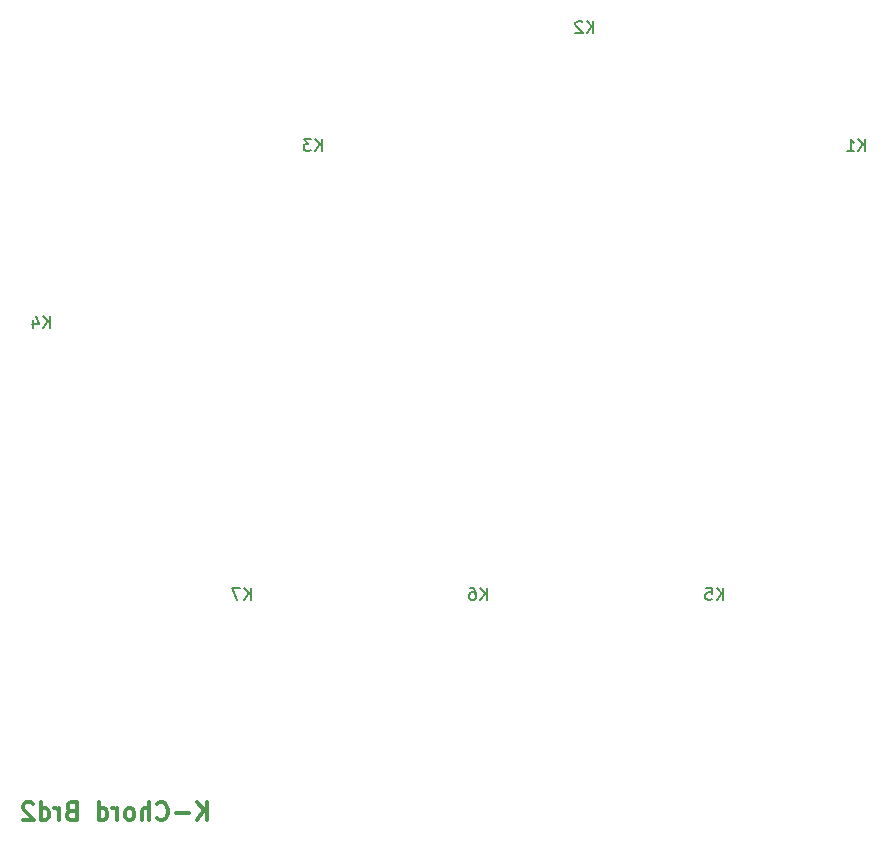
<source format=gbr>
G04 #@! TF.GenerationSoftware,KiCad,Pcbnew,(5.1.2)-2*
G04 #@! TF.CreationDate,2019-07-07T18:03:19+10:00*
G04 #@! TF.ProjectId,Left_Combined_Micro,4c656674-5f43-46f6-9d62-696e65645f4d,rev?*
G04 #@! TF.SameCoordinates,Original*
G04 #@! TF.FileFunction,Legend,Bot*
G04 #@! TF.FilePolarity,Positive*
%FSLAX46Y46*%
G04 Gerber Fmt 4.6, Leading zero omitted, Abs format (unit mm)*
G04 Created by KiCad (PCBNEW (5.1.2)-2) date 2019-07-07 18:03:19*
%MOMM*%
%LPD*%
G04 APERTURE LIST*
%ADD10C,0.300000*%
%ADD11C,0.200000*%
G04 APERTURE END LIST*
D10*
X126500000Y-111428571D02*
X126500000Y-109928571D01*
X125642857Y-111428571D02*
X126285714Y-110571428D01*
X125642857Y-109928571D02*
X126500000Y-110785714D01*
X125000000Y-110857142D02*
X123857142Y-110857142D01*
X122285714Y-111285714D02*
X122357142Y-111357142D01*
X122571428Y-111428571D01*
X122714285Y-111428571D01*
X122928571Y-111357142D01*
X123071428Y-111214285D01*
X123142857Y-111071428D01*
X123214285Y-110785714D01*
X123214285Y-110571428D01*
X123142857Y-110285714D01*
X123071428Y-110142857D01*
X122928571Y-110000000D01*
X122714285Y-109928571D01*
X122571428Y-109928571D01*
X122357142Y-110000000D01*
X122285714Y-110071428D01*
X121642857Y-111428571D02*
X121642857Y-109928571D01*
X121000000Y-111428571D02*
X121000000Y-110642857D01*
X121071428Y-110500000D01*
X121214285Y-110428571D01*
X121428571Y-110428571D01*
X121571428Y-110500000D01*
X121642857Y-110571428D01*
X120071428Y-111428571D02*
X120214285Y-111357142D01*
X120285714Y-111285714D01*
X120357142Y-111142857D01*
X120357142Y-110714285D01*
X120285714Y-110571428D01*
X120214285Y-110500000D01*
X120071428Y-110428571D01*
X119857142Y-110428571D01*
X119714285Y-110500000D01*
X119642857Y-110571428D01*
X119571428Y-110714285D01*
X119571428Y-111142857D01*
X119642857Y-111285714D01*
X119714285Y-111357142D01*
X119857142Y-111428571D01*
X120071428Y-111428571D01*
X118928571Y-111428571D02*
X118928571Y-110428571D01*
X118928571Y-110714285D02*
X118857142Y-110571428D01*
X118785714Y-110500000D01*
X118642857Y-110428571D01*
X118500000Y-110428571D01*
X117357142Y-111428571D02*
X117357142Y-109928571D01*
X117357142Y-111357142D02*
X117500000Y-111428571D01*
X117785714Y-111428571D01*
X117928571Y-111357142D01*
X118000000Y-111285714D01*
X118071428Y-111142857D01*
X118071428Y-110714285D01*
X118000000Y-110571428D01*
X117928571Y-110500000D01*
X117785714Y-110428571D01*
X117500000Y-110428571D01*
X117357142Y-110500000D01*
X115000000Y-110642857D02*
X114785714Y-110714285D01*
X114714285Y-110785714D01*
X114642857Y-110928571D01*
X114642857Y-111142857D01*
X114714285Y-111285714D01*
X114785714Y-111357142D01*
X114928571Y-111428571D01*
X115500000Y-111428571D01*
X115500000Y-109928571D01*
X115000000Y-109928571D01*
X114857142Y-110000000D01*
X114785714Y-110071428D01*
X114714285Y-110214285D01*
X114714285Y-110357142D01*
X114785714Y-110500000D01*
X114857142Y-110571428D01*
X115000000Y-110642857D01*
X115500000Y-110642857D01*
X114000000Y-111428571D02*
X114000000Y-110428571D01*
X114000000Y-110714285D02*
X113928571Y-110571428D01*
X113857142Y-110500000D01*
X113714285Y-110428571D01*
X113571428Y-110428571D01*
X112428571Y-111428571D02*
X112428571Y-109928571D01*
X112428571Y-111357142D02*
X112571428Y-111428571D01*
X112857142Y-111428571D01*
X113000000Y-111357142D01*
X113071428Y-111285714D01*
X113142857Y-111142857D01*
X113142857Y-110714285D01*
X113071428Y-110571428D01*
X113000000Y-110500000D01*
X112857142Y-110428571D01*
X112571428Y-110428571D01*
X112428571Y-110500000D01*
X111785714Y-110071428D02*
X111714285Y-110000000D01*
X111571428Y-109928571D01*
X111214285Y-109928571D01*
X111071428Y-110000000D01*
X111000000Y-110071428D01*
X110928571Y-110214285D01*
X110928571Y-110357142D01*
X111000000Y-110571428D01*
X111857142Y-111428571D01*
X110928571Y-111428571D01*
D11*
X182238095Y-54770380D02*
X182238095Y-53770380D01*
X181666666Y-54770380D02*
X182095238Y-54198952D01*
X181666666Y-53770380D02*
X182238095Y-54341809D01*
X180714285Y-54770380D02*
X181285714Y-54770380D01*
X181000000Y-54770380D02*
X181000000Y-53770380D01*
X181095238Y-53913238D01*
X181190476Y-54008476D01*
X181285714Y-54056095D01*
X159238095Y-44770380D02*
X159238095Y-43770380D01*
X158666666Y-44770380D02*
X159095238Y-44198952D01*
X158666666Y-43770380D02*
X159238095Y-44341809D01*
X158285714Y-43865619D02*
X158238095Y-43818000D01*
X158142857Y-43770380D01*
X157904761Y-43770380D01*
X157809523Y-43818000D01*
X157761904Y-43865619D01*
X157714285Y-43960857D01*
X157714285Y-44056095D01*
X157761904Y-44198952D01*
X158333333Y-44770380D01*
X157714285Y-44770380D01*
X136238095Y-54770380D02*
X136238095Y-53770380D01*
X135666666Y-54770380D02*
X136095238Y-54198952D01*
X135666666Y-53770380D02*
X136238095Y-54341809D01*
X135333333Y-53770380D02*
X134714285Y-53770380D01*
X135047619Y-54151333D01*
X134904761Y-54151333D01*
X134809523Y-54198952D01*
X134761904Y-54246571D01*
X134714285Y-54341809D01*
X134714285Y-54579904D01*
X134761904Y-54675142D01*
X134809523Y-54722761D01*
X134904761Y-54770380D01*
X135190476Y-54770380D01*
X135285714Y-54722761D01*
X135333333Y-54675142D01*
X113238095Y-69770380D02*
X113238095Y-68770380D01*
X112666666Y-69770380D02*
X113095238Y-69198952D01*
X112666666Y-68770380D02*
X113238095Y-69341809D01*
X111809523Y-69103714D02*
X111809523Y-69770380D01*
X112047619Y-68722761D02*
X112285714Y-69437047D01*
X111666666Y-69437047D01*
X170238095Y-92770380D02*
X170238095Y-91770380D01*
X169666666Y-92770380D02*
X170095238Y-92198952D01*
X169666666Y-91770380D02*
X170238095Y-92341809D01*
X168761904Y-91770380D02*
X169238095Y-91770380D01*
X169285714Y-92246571D01*
X169238095Y-92198952D01*
X169142857Y-92151333D01*
X168904761Y-92151333D01*
X168809523Y-92198952D01*
X168761904Y-92246571D01*
X168714285Y-92341809D01*
X168714285Y-92579904D01*
X168761904Y-92675142D01*
X168809523Y-92722761D01*
X168904761Y-92770380D01*
X169142857Y-92770380D01*
X169238095Y-92722761D01*
X169285714Y-92675142D01*
X150238095Y-92770380D02*
X150238095Y-91770380D01*
X149666666Y-92770380D02*
X150095238Y-92198952D01*
X149666666Y-91770380D02*
X150238095Y-92341809D01*
X148809523Y-91770380D02*
X149000000Y-91770380D01*
X149095238Y-91818000D01*
X149142857Y-91865619D01*
X149238095Y-92008476D01*
X149285714Y-92198952D01*
X149285714Y-92579904D01*
X149238095Y-92675142D01*
X149190476Y-92722761D01*
X149095238Y-92770380D01*
X148904761Y-92770380D01*
X148809523Y-92722761D01*
X148761904Y-92675142D01*
X148714285Y-92579904D01*
X148714285Y-92341809D01*
X148761904Y-92246571D01*
X148809523Y-92198952D01*
X148904761Y-92151333D01*
X149095238Y-92151333D01*
X149190476Y-92198952D01*
X149238095Y-92246571D01*
X149285714Y-92341809D01*
X130238095Y-92770380D02*
X130238095Y-91770380D01*
X129666666Y-92770380D02*
X130095238Y-92198952D01*
X129666666Y-91770380D02*
X130238095Y-92341809D01*
X129333333Y-91770380D02*
X128666666Y-91770380D01*
X129095238Y-92770380D01*
M02*

</source>
